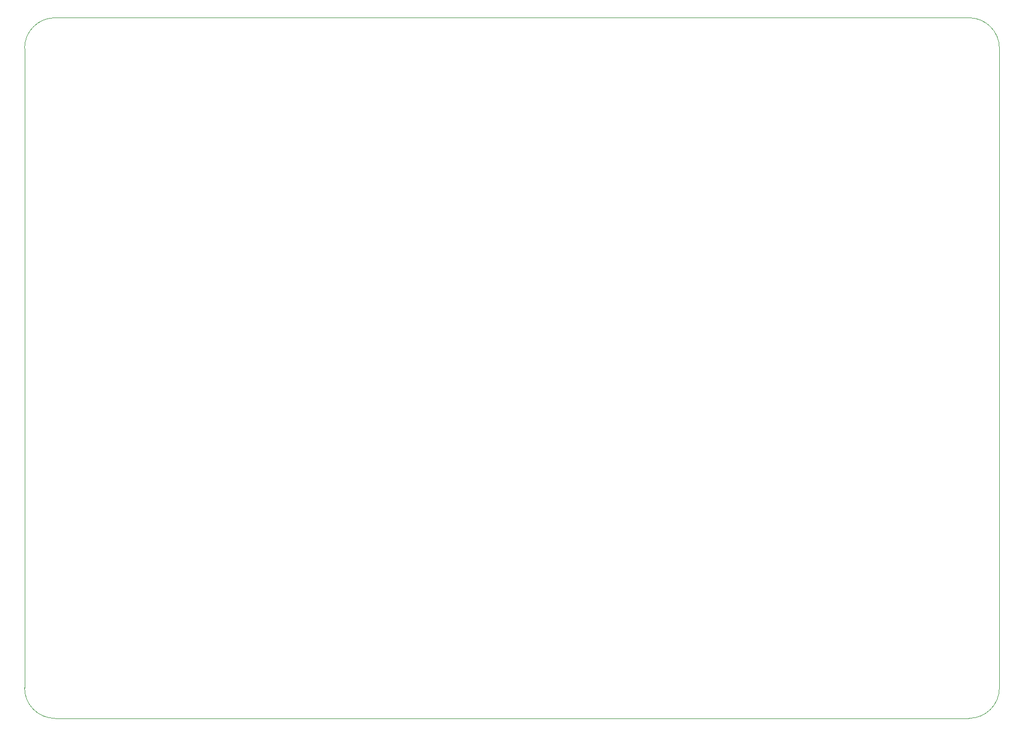
<source format=gbr>
G04 #@! TF.GenerationSoftware,KiCad,Pcbnew,(5.1.5)-3*
G04 #@! TF.CreationDate,2020-07-01T12:55:52+02:00*
G04 #@! TF.ProjectId,ControlUnit_v5.0,436f6e74-726f-46c5-956e-69745f76352e,5.0*
G04 #@! TF.SameCoordinates,Original*
G04 #@! TF.FileFunction,Profile,NP*
%FSLAX46Y46*%
G04 Gerber Fmt 4.6, Leading zero omitted, Abs format (unit mm)*
G04 Created by KiCad (PCBNEW (5.1.5)-3) date 2020-07-01 12:55:52*
%MOMM*%
%LPD*%
G04 APERTURE LIST*
%ADD10C,0.050000*%
G04 APERTURE END LIST*
D10*
X85000000Y-154999970D02*
G75*
G02X80000000Y-149999970I0J5000000D01*
G01*
X240000000Y-149999700D02*
G75*
G02X235000000Y-154999700I-5000000J0D01*
G01*
X235000000Y-40000000D02*
G75*
G02X240000000Y-45000000I0J-5000000D01*
G01*
X80000000Y-45000000D02*
G75*
G02X85000000Y-40000000I5000000J0D01*
G01*
X80000000Y-45000000D02*
X79999840Y-149999700D01*
X235000000Y-40000000D02*
X85000000Y-40000000D01*
X240000000Y-149999700D02*
X240000000Y-45000000D01*
X85000000Y-154999970D02*
X235000000Y-154999970D01*
M02*

</source>
